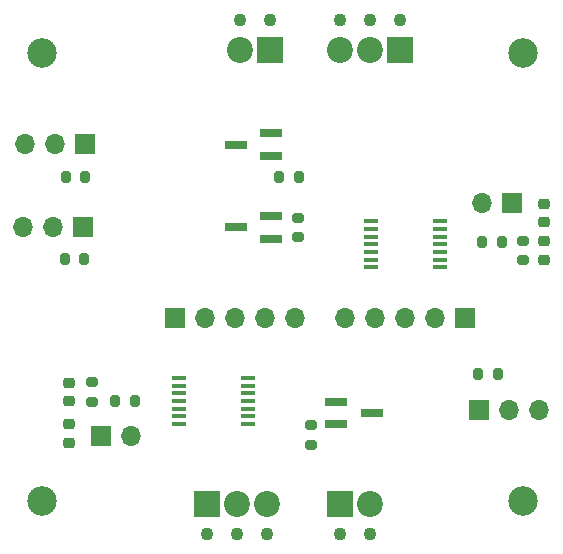
<source format=gbr>
%TF.GenerationSoftware,KiCad,Pcbnew,(6.0.8)*%
%TF.CreationDate,2023-04-06T01:33:44-05:00*%
%TF.ProjectId,ArmPCB_fixed_mosfet_pins,41726d50-4342-45f6-9669-7865645f6d6f,rev?*%
%TF.SameCoordinates,Original*%
%TF.FileFunction,Soldermask,Top*%
%TF.FilePolarity,Negative*%
%FSLAX46Y46*%
G04 Gerber Fmt 4.6, Leading zero omitted, Abs format (unit mm)*
G04 Created by KiCad (PCBNEW (6.0.8)) date 2023-04-06 01:33:44*
%MOMM*%
%LPD*%
G01*
G04 APERTURE LIST*
G04 Aperture macros list*
%AMRoundRect*
0 Rectangle with rounded corners*
0 $1 Rounding radius*
0 $2 $3 $4 $5 $6 $7 $8 $9 X,Y pos of 4 corners*
0 Add a 4 corners polygon primitive as box body*
4,1,4,$2,$3,$4,$5,$6,$7,$8,$9,$2,$3,0*
0 Add four circle primitives for the rounded corners*
1,1,$1+$1,$2,$3*
1,1,$1+$1,$4,$5*
1,1,$1+$1,$6,$7*
1,1,$1+$1,$8,$9*
0 Add four rect primitives between the rounded corners*
20,1,$1+$1,$2,$3,$4,$5,0*
20,1,$1+$1,$4,$5,$6,$7,0*
20,1,$1+$1,$6,$7,$8,$9,0*
20,1,$1+$1,$8,$9,$2,$3,0*%
G04 Aperture macros list end*
%ADD10R,1.700000X1.700000*%
%ADD11O,1.700000X1.700000*%
%ADD12RoundRect,0.200000X-0.200000X-0.275000X0.200000X-0.275000X0.200000X0.275000X-0.200000X0.275000X0*%
%ADD13C,2.500000*%
%ADD14RoundRect,0.225000X-0.250000X0.225000X-0.250000X-0.225000X0.250000X-0.225000X0.250000X0.225000X0*%
%ADD15RoundRect,0.200000X0.200000X0.275000X-0.200000X0.275000X-0.200000X-0.275000X0.200000X-0.275000X0*%
%ADD16C,1.100000*%
%ADD17R,2.200000X2.200000*%
%ADD18C,2.200000*%
%ADD19R,1.308100X0.355600*%
%ADD20RoundRect,0.200000X-0.275000X0.200000X-0.275000X-0.200000X0.275000X-0.200000X0.275000X0.200000X0*%
%ADD21RoundRect,0.225000X0.250000X-0.225000X0.250000X0.225000X-0.250000X0.225000X-0.250000X-0.225000X0*%
%ADD22RoundRect,0.200000X0.275000X-0.200000X0.275000X0.200000X-0.275000X0.200000X-0.275000X-0.200000X0*%
%ADD23R,1.900000X0.800000*%
G04 APERTURE END LIST*
D10*
%TO.C,J5*%
X117000000Y-92750000D03*
D11*
X119540000Y-92750000D03*
X122080000Y-92750000D03*
%TD*%
D12*
%TO.C,R7*%
X100075000Y-73000000D03*
X101725000Y-73000000D03*
%TD*%
D13*
%TO.C,H3*%
X120750000Y-100500000D03*
%TD*%
D14*
%TO.C,C4*%
X82250000Y-90475000D03*
X82250000Y-92025000D03*
%TD*%
D15*
%TO.C,R4*%
X118575000Y-89712500D03*
X116925000Y-89712500D03*
%TD*%
D16*
%TO.C,J8*%
X99310000Y-59710000D03*
X96770000Y-59710000D03*
D17*
X99310000Y-62250000D03*
D18*
X96770000Y-62250000D03*
%TD*%
D16*
%TO.C,J1*%
X105250000Y-103290000D03*
X107790000Y-103290000D03*
D17*
X105250000Y-100750000D03*
D18*
X107790000Y-100750000D03*
%TD*%
D10*
%TO.C,J3*%
X115825000Y-85000000D03*
D11*
X113285000Y-85000000D03*
X110745000Y-85000000D03*
X108205000Y-85000000D03*
X105665000Y-85000000D03*
%TD*%
D19*
%TO.C,IC2*%
X91598050Y-90049999D03*
X91598050Y-90700000D03*
X91598050Y-91350001D03*
X91598050Y-92000000D03*
X91598050Y-92649999D03*
X91598050Y-93300000D03*
X91598050Y-93949999D03*
X97401950Y-93950001D03*
X97401950Y-93300000D03*
X97401950Y-92650001D03*
X97401950Y-92000000D03*
X97401950Y-91350001D03*
X97401950Y-90700000D03*
X97401950Y-90050001D03*
%TD*%
D16*
%TO.C,J9*%
X105210000Y-59710000D03*
X107750000Y-59710000D03*
X110290000Y-59710000D03*
D17*
X110290000Y-62250000D03*
D18*
X107750000Y-62250000D03*
X105210000Y-62250000D03*
%TD*%
D12*
%TO.C,R6*%
X81925000Y-80000000D03*
X83575000Y-80000000D03*
%TD*%
D19*
%TO.C,IC1*%
X113651950Y-80700001D03*
X113651950Y-80050000D03*
X113651950Y-79399999D03*
X113651950Y-78750000D03*
X113651950Y-78100001D03*
X113651950Y-77450000D03*
X113651950Y-76800001D03*
X107848050Y-76799999D03*
X107848050Y-77450000D03*
X107848050Y-78099999D03*
X107848050Y-78750000D03*
X107848050Y-79399999D03*
X107848050Y-80050000D03*
X107848050Y-80699999D03*
%TD*%
D15*
%TO.C,R10*%
X87825000Y-92000000D03*
X86175000Y-92000000D03*
%TD*%
D20*
%TO.C,R1*%
X120750000Y-78425000D03*
X120750000Y-80075000D03*
%TD*%
D12*
%TO.C,R2*%
X117250000Y-78500000D03*
X118900000Y-78500000D03*
%TD*%
D14*
%TO.C,C2*%
X122500000Y-75325000D03*
X122500000Y-76875000D03*
%TD*%
D21*
%TO.C,C3*%
X82250000Y-95525000D03*
X82250000Y-93975000D03*
%TD*%
D13*
%TO.C,H2*%
X120750000Y-62500000D03*
%TD*%
D22*
%TO.C,R5*%
X101700000Y-78125000D03*
X101700000Y-76475000D03*
%TD*%
D10*
%TO.C,J7*%
X83605000Y-70250000D03*
D11*
X81065000Y-70250000D03*
X78525000Y-70250000D03*
%TD*%
D21*
%TO.C,C1*%
X122500000Y-80025000D03*
X122500000Y-78475000D03*
%TD*%
D23*
%TO.C,NM1*%
X107900000Y-93000000D03*
X104900000Y-92050000D03*
X104900000Y-93950000D03*
%TD*%
D22*
%TO.C,R9*%
X84250000Y-92075000D03*
X84250000Y-90425000D03*
%TD*%
D12*
%TO.C,R8*%
X82005000Y-73000000D03*
X83655000Y-73000000D03*
%TD*%
D13*
%TO.C,H4*%
X80000000Y-100500000D03*
%TD*%
D10*
%TO.C,J4*%
X91250000Y-85000000D03*
D11*
X93790000Y-85000000D03*
X96330000Y-85000000D03*
X98870000Y-85000000D03*
X101410000Y-85000000D03*
%TD*%
D22*
%TO.C,R3*%
X102800000Y-95725000D03*
X102800000Y-94075000D03*
%TD*%
D23*
%TO.C,NM3*%
X96400000Y-70300000D03*
X99400000Y-71250000D03*
X99400000Y-69350000D03*
%TD*%
D16*
%TO.C,J2*%
X96500000Y-103290000D03*
X93960000Y-103290000D03*
X99040000Y-103290000D03*
D17*
X93960000Y-100750000D03*
D18*
X96500000Y-100750000D03*
X99040000Y-100750000D03*
%TD*%
D23*
%TO.C,NM2*%
X96400000Y-77300000D03*
X99400000Y-78250000D03*
X99400000Y-76350000D03*
%TD*%
D10*
%TO.C,JP1*%
X119750000Y-75250000D03*
D11*
X117210000Y-75250000D03*
%TD*%
D10*
%TO.C,JP2*%
X84975000Y-95000000D03*
D11*
X87515000Y-95000000D03*
%TD*%
D13*
%TO.C,H1*%
X80000000Y-62500000D03*
%TD*%
D10*
%TO.C,J6*%
X83500000Y-77250000D03*
D11*
X80960000Y-77250000D03*
X78420000Y-77250000D03*
%TD*%
M02*

</source>
